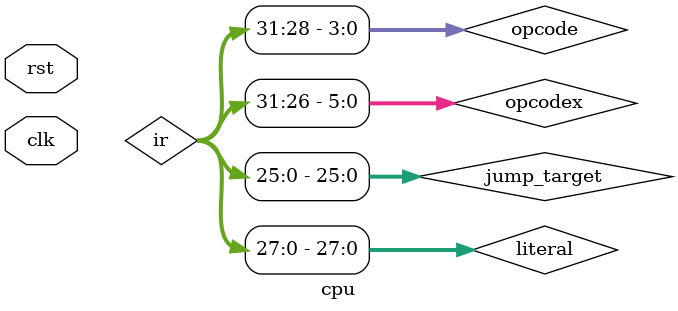
<source format=v>
module cpu(clk, rst);
   input clk;
   input rst;

   //////////////////////////////////////////////////////////////////////
   // Parameters.
   //////////////////////////////////////////////////////////////////////
   parameter CELL_BITS = 32;
   parameter MEM_SIZE = 2048;
   parameter STACK_SIZE = 64;
   parameter RSTACK_SIZE = 64;
   parameter SP_SIZE = 6;
   parameter RSP_SIZE = 6;
   parameter ICOUNT_BITS = 3;
   parameter ICOUNT = 7;
   
   parameter MSB = CELL_BITS - 1;
   //////////////////////////////////////////////////////////////////////

   
   //////////////////////////////////////////////////////////////////////
   // Registers and memory.
   //////////////////////////////////////////////////////////////////////
   reg [MSB:0] pmem[MEM_SIZE-1:0];
   
   reg [MSB:0] stack[STACK_SIZE-1:0];
   reg [MSB:0] rstack[RSTACK_SIZE-1:0];

   reg [SP_SIZE-1:0]   sp;
   reg [RSP_SIZE-1:0]  rsp;

   reg [MSB:0] tos;
   reg [MSB:0] nos;

   reg [MSB:0] tors;

   reg [MSB:0] a;
   
   reg [MSB:0] ip;
   reg [MSB:0] ir;

   reg [ICOUNT_BITS-1:0] icount;
   //////////////////////////////////////////////////////////////////////


   //////////////////////////////////////////////////////////////////////
   // Opcode.
   //////////////////////////////////////////////////////////////////////
   wire [3:0] 		 opcode;
   wire [5:0] 		 opcodex;
   wire [MSB-6:0] 	 jump_target;
   wire [MSB-4:0] 	 literal;
   
   assign opcode = ir[MSB:MSB-3];
   assign opcodex = ir[MSB:MSB-5];
   assign jump_target = ir[MSB-6:0];
   assign literal = ir[MSB-4:0];
   //////////////////////////////////////////////////////////////////////

   
   //////////////////////////////////////////////////////////////////////
   // Control signals.
   //////////////////////////////////////////////////////////////////////
   wire 		 condition;

   assign condition = |tos;
   //////////////////////////////////////////////////////////////////////
   
   
   //////////////////////////////////////////////////////////////////////
   // ALU
   //////////////////////////////////////////////////////////////////////
   wire [MSB:0] 	 alu_a;
   wire [MSB:0] 	 alu_b;
   reg [MSB:0] 		 alu_out;

   assign alu_a = nos;
   assign alu_b = tos;
   
   always @ (ir)
     case (opcode)
       4'b0000: alu_out = 0;
       4'b0001: alu_out = alu_a + alu_b;
       4'b0010: alu_out = ~(alu_a & alu_b);
       4'b0011: alu_out = alu_a ^ alu_b;
       4'b0100: alu_out = alu_b << 1;
       4'b0101: alu_out = alu_b >> 1;
       default: alu_out = 0;
     endcase
   //////////////////////////////////////////////////////////////////////

   
   //////////////////////////////////////////////////////////////////////
   // Instruction register/pointer/counter.
   //////////////////////////////////////////////////////////////////////
   always @ (posedge clk)
     if (rst)
       begin
	  ir <= 0;
	  ip <= 0;
	  icount <= 0;
       end
     else
       begin
	  // Unconditional branch.
	  if (opcodex == 6'b111000 || opcodex == 6'b111010)
	    begin
	       ir <= pmem[{6'b000000, jump_target}];
	       ip <= {6'b000000, jump_target} + 1;
	       icount <= ICOUNT;
	    end
	  // Conditional branch.
	  else if ((opcodex == 6'b111001 || opcodex == 6'b111011)
		   && (tos != 0))
	    begin
	       ir <= pmem[{6'b000000, jump_target}];
	       ip <= {6'b000000, jump_target} + 1;
	       icount <= ICOUNT;
	    end
	  // Unconditional return.
	  else if (opcode == 4'b0110)
	    begin
	       ir <= pmem[tors];
	       ip <= tors + 1;
	       icount <= ICOUNT;
	    end
	  // Conditional return.
	  else if (opcode == 4'b1101 && tos != 0)
	    begin
	       ir <= pmem[tors];
	       ip <= tors + 1;
	       icount <= ICOUNT;
	    end
	  // Literal.
	  else if (opcode == 4'b1111)
	    begin
	       ir <= pmem[ip];
	       ip <= ip + 1;
	       icount <= ICOUNT;
	    end
	  // Normal instruction.
	  else
	    begin
	       if (icount == 0)
		 begin
		    ir <= pmem[ip];
		    ip <= ip + 1;
		    icount <= ICOUNT;
		 end
	       else
		 begin
		    ir <= ir << 4;
		    icount <= icount - 1;
		    ip <= ip;
		 end
	    end
       end
   //////////////////////////////////////////////////////////////////////
   
   
   //////////////////////////////////////////////////////////////////////
   // Data stack.
   //////////////////////////////////////////////////////////////////////
   always @ (posedge clk)
     begin
	if (rst)
	  begin
	     sp <= (STACK_SIZE-1);
	     tos <= 0;
	     nos <= 0;
	  end
	else
	  case (opcode)
	    // NOP.
	    4'b0000:
	      begin
		 tos <= tos;
		 nos <= nos;
		 sp <= sp;
	      end
	    // ADD.
	    4'b0001:
	      begin
		 tos <= alu_out;
		 nos <= stack[sp+1];
		 sp <= sp + 1;
	      end
	    // NAND.
	    4'b0010:
	      begin
		 tos <= alu_out;
		 nos <= stack[sp+1];
		 sp <= sp + 1;
	      end
	    // XOR.
	    4'b0011:
	      begin
		 tos <= alu_out;
		 nos <= stack[sp+1];
		 sp <= sp + 1;
	      end
	    // SHR.
	    4'b0100:
	      begin
		 tos <= alu_out;
		 nos <= nos;
		 sp <= sp;
	      end
	    // SHL.
	    4'b0101:
	      begin
		 tos <= alu_out;
		 nos <= nos;
		 sp <= sp;
	      end
	    // >R.
	    4'b0110:
	      begin
		 nos <= stack[sp+1];
		 tos <= nos;
		 sp <= sp + 1;
	      end
	    // R>.
	    4'b0111:
	      begin
		 stack[sp] <= nos;
		 nos <= tos;
		 tos <= tors;
		 sp <= sp - 1;
	      end
	    // >A.
	    4'b1000:
	      begin
		 nos <= stack[sp+1];
		 tos <= nos;
		 sp <= sp + 1;
	      end
	    // A>.
	    4'b1001:
	      begin
		 stack[sp] <= nos;
		 nos <= tos;
		 tos <= a;
		 sp <= sp - 1;
	      end
	    // FETCH.
	    4'b1010:
	      begin
		 stack[sp] <= nos;
		 nos <= tos;
		 tos <= pmem[a];
		 sp <= sp - 1;
	      end
	    // STORE.
	    4'b1011:
	      begin
		 nos <= stack[sp+1];
		 tos <= nos;
		 pmem[a] <= tos;
		 sp <= sp + 1;
	      end
	    // RETURN.
	    4'b1100:
	      begin
		 nos <= nos;
		 tos <= tos;
		 sp <= sp;
	      end
	    // CRETURN.
	    4'b1101:
	      begin
		 if (condition)
		   begin
		      nos <= stack[sp+1];
		      tos <= nos;
		      sp <= sp + 1;
		   end
		 else
		   begin
		      nos <= nos;
		      tos <= tos;
		      sp <= sp;
		   end
	      end
	    // BRANCH.
	    4'b1110:
	      begin
		 case (opcodex)
		   // JMP.
		   6'b111000:
		     begin
			nos <= nos;
			tos <= tos;
			sp <= sp;
		     end
		   // CJMP.
		   6'b111001:
		     begin
			if (condition)
			  begin
			     nos <= stack[sp+1];
			     tos <= nos;
			     sp <= sp + 1;
			  end
			else
			  begin
			     nos <= nos;
			     tos <= tos;
			     sp <= sp;
			  end
		     end
		   // CALL.
		   6'b111010:
		     begin
			nos <= nos;
			tos <= tos;
			sp <= sp;
		     end
		   // CCALL.
		   6'b111011:
		     begin
			if (condition)
			  begin
			     nos <= stack[sp+1];
			     tos <= nos;
			     sp <= sp + 1;
			  end
			else
			  begin
			     nos <= nos;
			     tos <= tos;
			     sp <= sp;
			  end
		     end
		 endcase
	      end
	    // LITERAL.
	    4'b1111:
	      begin
		 stack[sp] <= nos;
		 nos <= tos;
		 tos <= {4'b0000, literal};
		 sp <= sp - 1;
	      end
	  endcase
     end
   //////////////////////////////////////////////////////////////////////
   

   //////////////////////////////////////////////////////////////////////
   // Return stack.
   //////////////////////////////////////////////////////////////////////
   always @ (posedge clk)
     begin
	if (rst)
	  begin
	     rsp <= (RSTACK_SIZE-1);
	     tors <= 0;
	  end
	else
	  begin
	     case (opcode)
	       // NOP.
	       4'b0000:
		 begin
		    tors <= tors;
		    rsp <= rsp;
		 end
	       // ADD.
	       4'b0001:
		 begin
		    tors <= tors;
		    rsp <= rsp;
		 end
	       // NAND.
	       4'b0010:
		 begin
		    tors <= tors;
		    rsp <= rsp;
		 end
	       // XOR.
	       4'b0011:
		 begin
		    tors <= tors;
		    rsp <= rsp;
		 end
	       // SHR.
	       4'b0100:
		 begin
		    tors <= tors;
		    rsp <= rsp;
		 end
	       // SHL.
	       4'b0101:
		 begin
		    tors <= tors;
		    rsp <= rsp;
		 end
	       // >R.
	       4'b0110:
		 begin
		    rstack[rsp] <= tors;
		    tors <= tos;
		    rsp <= rsp - 1;
		 end
	       // R>.
	       4'b0111:
		 begin
		    tors <= rstack[rsp+1];
		    rsp <= rsp + 1;
		 end
	       // >A.
	       4'b1000:
		 begin
		    tors <= tors;
		    rsp <= rsp;
		 end
	       // A>.
	       4'b1001:
		 begin
		    tors <= tors;
		    rsp <= rsp;
		 end
	       // FETCH.
	       4'b1010:
		 begin
		    tors <= tors;
		    rsp <= rsp;
		 end
	       // STORE.
	       4'b1011:
		 begin
		    tors <= tors;
		    rsp <= rsp;
		 end
	       // RETURN.
	       4'b1100:
		 begin
		    tors <= rstack[rsp+1];
		    rsp <= rsp + 1;
		 end
	       // CRETURN.
	       4'b1101:
		 begin
		    if (condition)
		      begin
			 tors <= rstack[rsp+1];
			 rsp <= rsp + 1;
		      end
		    else
		      begin
			 tors <= tors;
			 rsp <= rsp;
		      end
		 end
	       // BRANCH.
	       4'b1110:
		 begin
		 case (opcodex)
		   // JMP.
		   6'b111000:
		     begin
			tors <= tors;
			rsp <= rsp;
		     end
		   // CJMP.
		   6'b111001:
		     begin
			tors <= tors;
			rsp <= rsp;
		     end
		   // CALL.
		   6'b111010:
		     begin
			rstack[rsp] <= tors;
			tors <= ip + 1;
			rsp <= rsp - 1;
		     end
		   // CCALL.
		   6'b111011:
		     begin
			if (condition)
			  begin
			     rstack[rsp] <= tors;
			     tors <= ip + 1;
			     rsp <= rsp - 1;
			  end
			else
			  begin
			     tors <= tors;
			     rsp <= rsp;
			  end
		     end
		 endcase
		 end
	       // LITERAL.
	       4'b1111:
		 begin
		    tors <= tors;
		    rsp <= rsp;
		 end
	     endcase
	  end
     end
   //////////////////////////////////////////////////////////////////////


   //////////////////////////////////////////////////////////////////////
   // Address register.
   //////////////////////////////////////////////////////////////////////
   always @ (posedge clk)
     if (rst)
       begin
	  a <= 0;
       end
     else if (opcode == 4'b1000)
       begin
	  a <= tos;
       end
     else
       begin
	  a <= a;
       end
endmodule // cpu

</source>
